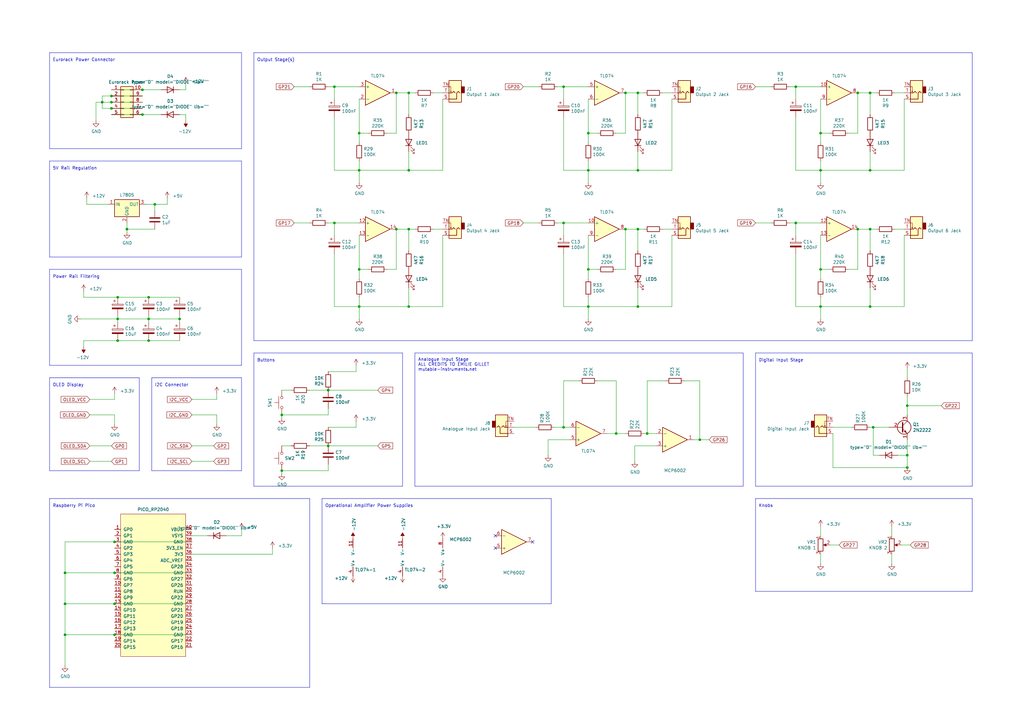
<source format=kicad_sch>
(kicad_sch (version 20230121) (generator eeschema)
  (paper "A3")
  (title_block (title "EuroPi") (date "15/11/2021") (rev "1") (company "Allen Synthesis") (comment 1 "CC BY-SA 3.0"))
  (junction (at 147.32 54.61))
  (junction (at 356.87 93.98))
  (junction (at 134.62 182.88))
  (junction (at 336.55 54.61))
  (junction (at 372.11 191.77))
  (junction (at 351.79 38.1))
  (junction (at 336.55 125.73))
  (junction (at 48.26 121.92))
  (junction (at 241.3 110.49))
  (junction (at 48.26 130.81))
  (junction (at 137.16 35.56))
  (junction (at 372.11 166.37))
  (junction (at 167.64 38.1))
  (junction (at 326.39 91.44))
  (junction (at 46.99 222.25))
  (junction (at 287.02 180.34))
  (junction (at 46.99 234.95))
  (junction (at 167.64 69.85))
  (junction (at 41.91 41.91))
  (junction (at 231.14 175.26))
  (junction (at 26.67 247.65))
  (junction (at 241.3 54.61))
  (junction (at 134.62 160.02))
  (junction (at 46.99 260.35))
  (junction (at 252.73 177.8))
  (junction (at 256.54 38.1))
  (junction (at 73.66 130.81))
  (junction (at 356.87 125.73))
  (junction (at 137.16 91.44))
  (junction (at 261.62 93.98))
  (junction (at 372.11 186.69))
  (junction (at 231.14 91.44))
  (junction (at 45.72 41.91))
  (junction (at 147.32 69.85))
  (junction (at 351.79 93.98))
  (junction (at 58.42 46.99))
  (junction (at 336.55 110.49))
  (junction (at 162.56 93.98))
  (junction (at 26.67 260.35))
  (junction (at 326.39 35.56))
  (junction (at 63.5 83.82))
  (junction (at 261.62 69.85))
  (junction (at 46.99 247.65))
  (junction (at 60.96 139.7))
  (junction (at 231.14 35.56))
  (junction (at 48.26 139.7))
  (junction (at 256.54 93.98))
  (junction (at 336.55 69.85))
  (junction (at 162.56 38.1))
  (junction (at 261.62 125.73))
  (junction (at 58.42 36.83))
  (junction (at 115.57 193.04))
  (junction (at 356.87 38.1))
  (junction (at 356.87 69.85))
  (junction (at 115.57 170.18))
  (junction (at 358.14 175.26))
  (junction (at 241.3 69.85))
  (junction (at 26.67 234.95))
  (junction (at 45.72 44.45))
  (junction (at 261.62 38.1))
  (junction (at 45.72 39.37))
  (junction (at 60.96 121.92))
  (junction (at 167.64 125.73))
  (junction (at 60.96 130.81))
  (junction (at 52.07 93.98))
  (junction (at 167.64 93.98))
  (junction (at 147.32 110.49))
  (junction (at 265.43 177.8))
  (junction (at 147.32 125.73))
  (junction (at 241.3 125.73))
  (no_connect (at 203.2 219.71))
  (no_connect (at 218.44 222.25))
  (no_connect (at 203.2 224.79))
  (wire (pts (xy 137.16 91.44) (xy 134.62 91.44)))
  (wire (pts (xy 358.14 186.69) (xy 358.14 175.26)))
  (wire (pts (xy 356.87 102.87) (xy 356.87 93.98)))
  (wire (pts (xy 45.72 36.83) (xy 58.42 36.83)))
  (wire (pts (xy 137.16 69.85) (xy 137.16 48.26)))
  (wire (pts (xy 167.64 118.11) (xy 167.64 125.73)))
  (wire (pts (xy 372.11 186.69) (xy 372.11 180.34)))
  (wire (pts (xy 34.29 119.38) (xy 34.29 121.92)))
  (polyline (pts (xy 20.32 149.86) (xy 99.06 149.86)))
  (wire (pts (xy 134.62 175.26) (xy 146.05 175.26)))
  (wire (pts (xy 146.05 172.72) (xy 146.05 175.26)))
  (polyline (pts (xy 309.88 204.47) (xy 398.78 204.47)))
  (wire (pts (xy 372.11 166.37) (xy 372.11 162.56)))
  (polyline (pts (xy 20.32 21.59) (xy 99.06 21.59)))
  (wire (pts (xy 372.11 170.18) (xy 372.11 166.37)))
  (wire (pts (xy 356.87 93.98) (xy 351.79 93.98)))
  (wire (pts (xy 368.3 186.69) (xy 372.11 186.69)))
  (wire (pts (xy 336.55 96.52) (xy 336.55 110.49)))
  (wire (pts (xy 349.25 175.26) (xy 341.63 175.26)))
  (polyline (pts (xy 20.32 105.41) (xy 99.06 105.41)))
  (wire (pts (xy 351.79 54.61) (xy 347.98 54.61)))
  (wire (pts (xy 170.18 93.98) (xy 167.64 93.98)))
  (wire (pts (xy 41.91 39.37) (xy 45.72 39.37)))
  (wire (pts (xy 370.84 96.52) (xy 370.84 125.73)))
  (wire (pts (xy 120.65 91.44) (xy 127 91.44)))
  (polyline (pts (xy 398.78 21.59) (xy 104.14 21.59)))
  (wire (pts (xy 73.66 36.83) (xy 76.2 36.83)))
  (polyline (pts (xy 398.78 199.39) (xy 309.88 199.39)))
  (wire (pts (xy 341.63 177.8) (xy 341.63 191.77)))
  (wire (pts (xy 356.87 118.11) (xy 356.87 125.73)))
  (wire (pts (xy 73.66 130.81) (xy 73.66 129.54)))
  (wire (pts (xy 147.32 54.61) (xy 147.32 58.42)))
  (wire (pts (xy 373.38 223.52) (xy 369.57 223.52)))
  (wire (pts (xy 264.16 38.1) (xy 261.62 38.1)))
  (wire (pts (xy 48.26 130.81) (xy 48.26 129.54)))
  (wire (pts (xy 287.02 156.21) (xy 287.02 180.34)))
  (wire (pts (xy 356.87 69.85) (xy 370.84 69.85)))
  (wire (pts (xy 241.3 110.49) (xy 241.3 114.3)))
  (polyline (pts (xy 99.06 105.41) (xy 99.06 66.04)))
  (wire (pts (xy 46.99 170.18) (xy 36.83 170.18)))
  (wire (pts (xy 167.64 38.1) (xy 162.56 38.1)))
  (polyline (pts (xy 99.06 154.94) (xy 99.06 193.04)))
  (wire (pts (xy 48.26 139.7) (xy 60.96 139.7)))
  (wire (pts (xy 41.91 41.91) (xy 45.72 41.91)))
  (wire (pts (xy 26.67 222.25) (xy 26.67 234.95)))
  (wire (pts (xy 73.66 130.81) (xy 60.96 130.81)))
  (wire (pts (xy 219.71 175.26) (xy 210.82 175.26)))
  (wire (pts (xy 134.62 160.02) (xy 154.94 160.02)))
  (wire (pts (xy 63.5 83.82) (xy 59.69 83.82)))
  (wire (pts (xy 39.37 41.91) (xy 41.91 41.91)))
  (wire (pts (xy 370.84 93.98) (xy 367.03 93.98)))
  (wire (pts (xy 241.3 54.61) (xy 241.3 58.42)))
  (wire (pts (xy 58.42 44.45) (xy 45.72 44.45)))
  (wire (pts (xy 237.49 156.21) (xy 231.14 156.21)))
  (wire (pts (xy 68.58 83.82) (xy 63.5 83.82)))
  (polyline (pts (xy 104.14 139.7) (xy 398.78 139.7)))
  (wire (pts (xy 115.57 171.45) (xy 115.57 170.18)))
  (wire (pts (xy 356.87 46.99) (xy 356.87 38.1)))
  (wire (pts (xy 231.14 96.52) (xy 231.14 91.44)))
  (wire (pts (xy 41.91 39.37) (xy 41.91 41.91)))
  (wire (pts (xy 364.49 175.26) (xy 358.14 175.26)))
  (polyline (pts (xy 20.32 66.04) (xy 99.06 66.04)))
  (wire (pts (xy 46.99 222.25) (xy 26.67 222.25)))
  (wire (pts (xy 256.54 110.49) (xy 252.73 110.49)))
  (wire (pts (xy 261.62 38.1) (xy 256.54 38.1)))
  (wire (pts (xy 127 160.02) (xy 134.62 160.02)))
  (wire (pts (xy 231.14 40.64) (xy 231.14 35.56)))
  (wire (pts (xy 60.96 132.08) (xy 60.96 130.81)))
  (wire (pts (xy 85.09 219.71) (xy 78.74 219.71)))
  (wire (pts (xy 224.79 180.34) (xy 233.68 180.34)))
  (wire (pts (xy 231.14 125.73) (xy 231.14 104.14)))
  (wire (pts (xy 227.33 175.26) (xy 231.14 175.26)))
  (polyline (pts (xy 20.32 110.49) (xy 99.06 110.49)))
  (wire (pts (xy 35.56 83.82) (xy 44.45 83.82)))
  (polyline (pts (xy 309.88 242.57) (xy 309.88 204.47)))
  (wire (pts (xy 340.36 54.61) (xy 336.55 54.61)))
  (wire (pts (xy 214.63 91.44) (xy 220.98 91.44)))
  (wire (pts (xy 46.99 247.65) (xy 26.67 247.65)))
  (wire (pts (xy 290.83 180.34) (xy 287.02 180.34)))
  (polyline (pts (xy 170.18 199.39) (xy 304.8 199.39)))
  (polyline (pts (xy 398.78 204.47) (xy 398.78 242.57)))
  (wire (pts (xy 326.39 91.44) (xy 336.55 91.44)))
  (wire (pts (xy 181.61 96.52) (xy 181.61 125.73)))
  (wire (pts (xy 63.5 93.98) (xy 52.07 93.98)))
  (wire (pts (xy 46.99 260.35) (xy 78.74 260.35)))
  (wire (pts (xy 351.79 93.98) (xy 351.79 110.49)))
  (polyline (pts (xy 309.88 144.78) (xy 398.78 144.78)))
  (wire (pts (xy 365.76 231.14) (xy 365.76 227.33)))
  (polyline (pts (xy 170.18 144.78) (xy 170.18 199.39)))
  (wire (pts (xy 260.35 182.88) (xy 269.24 182.88)))
  (wire (pts (xy 372.11 151.13) (xy 372.11 154.94)))
  (wire (pts (xy 261.62 93.98) (xy 256.54 93.98)))
  (polyline (pts (xy 165.1 199.39) (xy 165.1 144.78)))
  (wire (pts (xy 356.87 125.73) (xy 370.84 125.73)))
  (wire (pts (xy 167.64 62.23) (xy 167.64 69.85)))
  (polyline (pts (xy 132.08 247.65) (xy 132.08 204.47)))
  (polyline (pts (xy 57.15 193.04) (xy 20.32 193.04)))
  (wire (pts (xy 241.3 40.64) (xy 241.3 54.61)))
  (wire (pts (xy 360.68 186.69) (xy 358.14 186.69)))
  (wire (pts (xy 41.91 41.91) (xy 41.91 44.45)))
  (wire (pts (xy 66.04 36.83) (xy 58.42 36.83)))
  (wire (pts (xy 111.76 224.79) (xy 111.76 227.33)))
  (wire (pts (xy 34.29 142.24) (xy 34.29 139.7)))
  (wire (pts (xy 326.39 69.85) (xy 326.39 48.26)))
  (wire (pts (xy 181.61 38.1) (xy 177.8 38.1)))
  (polyline (pts (xy 104.14 21.59) (xy 104.14 139.7)))
  (polyline (pts (xy 132.08 204.47) (xy 226.06 204.47)))
  (wire (pts (xy 265.43 156.21) (xy 265.43 177.8)))
  (wire (pts (xy 147.32 74.93) (xy 147.32 69.85)))
  (wire (pts (xy 60.96 130.81) (xy 60.96 129.54)))
  (wire (pts (xy 256.54 38.1) (xy 256.54 54.61)))
  (wire (pts (xy 241.3 69.85) (xy 231.14 69.85)))
  (wire (pts (xy 326.39 35.56) (xy 336.55 35.56)))
  (wire (pts (xy 115.57 194.31) (xy 115.57 193.04)))
  (wire (pts (xy 309.88 91.44) (xy 316.23 91.44)))
  (wire (pts (xy 88.9 170.18) (xy 78.74 170.18)))
  (polyline (pts (xy 20.32 60.96) (xy 99.06 60.96)))
  (polyline (pts (xy 99.06 60.96) (xy 99.06 21.59)))
  (wire (pts (xy 60.96 130.81) (xy 48.26 130.81)))
  (wire (pts (xy 46.99 247.65) (xy 78.74 247.65)))
  (wire (pts (xy 146.05 149.86) (xy 146.05 152.4)))
  (wire (pts (xy 326.39 91.44) (xy 323.85 91.44)))
  (wire (pts (xy 41.91 44.45) (xy 45.72 44.45)))
  (wire (pts (xy 336.55 69.85) (xy 356.87 69.85)))
  (wire (pts (xy 265.43 177.8) (xy 264.16 177.8)))
  (wire (pts (xy 214.63 35.56) (xy 220.98 35.56)))
  (wire (pts (xy 344.17 223.52) (xy 340.36 223.52)))
  (wire (pts (xy 326.39 40.64) (xy 326.39 35.56)))
  (wire (pts (xy 99.06 219.71) (xy 92.71 219.71)))
  (wire (pts (xy 137.16 35.56) (xy 134.62 35.56)))
  (wire (pts (xy 245.11 156.21) (xy 252.73 156.21)))
  (wire (pts (xy 134.62 152.4) (xy 146.05 152.4)))
  (wire (pts (xy 340.36 110.49) (xy 336.55 110.49)))
  (wire (pts (xy 241.3 121.92) (xy 241.3 125.73)))
  (wire (pts (xy 88.9 161.29) (xy 88.9 163.83)))
  (wire (pts (xy 162.56 93.98) (xy 162.56 110.49)))
  (polyline (pts (xy 165.1 144.78) (xy 104.14 144.78)))
  (wire (pts (xy 241.3 74.93) (xy 241.3 69.85)))
  (wire (pts (xy 241.3 96.52) (xy 241.3 110.49)))
  (polyline (pts (xy 304.8 199.39) (xy 304.8 144.78)))
  (wire (pts (xy 261.62 69.85) (xy 275.59 69.85)))
  (polyline (pts (xy 104.14 199.39) (xy 165.1 199.39)))
  (wire (pts (xy 167.64 102.87) (xy 167.64 93.98)))
  (polyline (pts (xy 398.78 242.57) (xy 309.88 242.57)))
  (wire (pts (xy 269.24 177.8) (xy 265.43 177.8)))
  (wire (pts (xy 137.16 91.44) (xy 147.32 91.44)))
  (polyline (pts (xy 309.88 199.39) (xy 309.88 144.78)))
  (wire (pts (xy 46.99 163.83) (xy 36.83 163.83)))
  (wire (pts (xy 275.59 96.52) (xy 275.59 125.73)))
  (wire (pts (xy 167.64 93.98) (xy 162.56 93.98)))
  (wire (pts (xy 356.87 38.1) (xy 351.79 38.1)))
  (wire (pts (xy 147.32 96.52) (xy 147.32 110.49)))
  (wire (pts (xy 162.56 110.49) (xy 158.75 110.49)))
  (wire (pts (xy 241.3 130.81) (xy 241.3 125.73)))
  (polyline (pts (xy 20.32 21.59) (xy 20.32 60.96)))
  (wire (pts (xy 326.39 35.56) (xy 323.85 35.56)))
  (wire (pts (xy 351.79 38.1) (xy 351.79 54.61)))
  (wire (pts (xy 231.14 91.44) (xy 241.3 91.44)))
  (polyline (pts (xy 20.32 193.04) (xy 20.32 154.94)))
  (wire (pts (xy 231.14 156.21) (xy 231.14 175.26)))
  (wire (pts (xy 60.96 139.7) (xy 73.66 139.7)))
  (wire (pts (xy 359.41 93.98) (xy 356.87 93.98)))
  (wire (pts (xy 88.9 163.83) (xy 78.74 163.83)))
  (wire (pts (xy 87.63 182.88) (xy 78.74 182.88)))
  (wire (pts (xy 76.2 34.29) (xy 76.2 36.83)))
  (wire (pts (xy 231.14 175.26) (xy 233.68 175.26)))
  (wire (pts (xy 45.72 182.88) (xy 36.83 182.88)))
  (wire (pts (xy 46.99 161.29) (xy 46.99 163.83)))
  (wire (pts (xy 231.14 69.85) (xy 231.14 48.26)))
  (wire (pts (xy 147.32 130.81) (xy 147.32 125.73)))
  (polyline (pts (xy 398.78 144.78) (xy 398.78 199.39)))
  (wire (pts (xy 66.04 46.99) (xy 58.42 46.99)))
  (wire (pts (xy 241.3 125.73) (xy 261.62 125.73)))
  (wire (pts (xy 46.99 234.95) (xy 26.67 234.95)))
  (wire (pts (xy 264.16 93.98) (xy 261.62 93.98)))
  (wire (pts (xy 147.32 125.73) (xy 167.64 125.73)))
  (wire (pts (xy 245.11 110.49) (xy 241.3 110.49)))
  (wire (pts (xy 336.55 69.85) (xy 326.39 69.85)))
  (wire (pts (xy 58.42 39.37) (xy 45.72 39.37)))
  (wire (pts (xy 162.56 38.1) (xy 162.56 54.61)))
  (wire (pts (xy 46.99 222.25) (xy 78.74 222.25)))
  (wire (pts (xy 48.26 121.92) (xy 60.96 121.92)))
  (wire (pts (xy 76.2 49.53) (xy 76.2 46.99)))
  (wire (pts (xy 336.55 66.04) (xy 336.55 69.85)))
  (wire (pts (xy 60.96 121.92) (xy 73.66 121.92)))
  (wire (pts (xy 26.67 247.65) (xy 26.67 260.35)))
  (wire (pts (xy 241.3 66.04) (xy 241.3 69.85)))
  (wire (pts (xy 119.38 160.02) (xy 115.57 160.02)))
  (wire (pts (xy 336.55 215.9) (xy 336.55 219.71)))
  (wire (pts (xy 48.26 132.08) (xy 48.26 130.81)))
  (wire (pts (xy 336.55 125.73) (xy 356.87 125.73)))
  (wire (pts (xy 46.99 173.99) (xy 46.99 170.18)))
  (wire (pts (xy 39.37 41.91) (xy 39.37 49.53)))
  (wire (pts (xy 275.59 38.1) (xy 271.78 38.1)))
  (wire (pts (xy 336.55 74.93) (xy 336.55 69.85)))
  (wire (pts (xy 45.72 46.99) (xy 58.42 46.99)))
  (wire (pts (xy 358.14 175.26) (xy 356.87 175.26)))
  (polyline (pts (xy 99.06 193.04) (xy 62.23 193.04)))
  (wire (pts (xy 137.16 96.52) (xy 137.16 91.44)))
  (wire (pts (xy 167.64 125.73) (xy 181.61 125.73)))
  (wire (pts (xy 326.39 125.73) (xy 326.39 104.14)))
  (wire (pts (xy 111.76 227.33) (xy 78.74 227.33)))
  (polyline (pts (xy 398.78 139.7) (xy 398.78 21.59)))
  (wire (pts (xy 33.02 130.81) (xy 48.26 130.81)))
  (wire (pts (xy 336.55 40.64) (xy 336.55 54.61)))
  (wire (pts (xy 231.14 91.44) (xy 228.6 91.44)))
  (wire (pts (xy 137.16 35.56) (xy 147.32 35.56)))
  (wire (pts (xy 147.32 66.04) (xy 147.32 69.85)))
  (wire (pts (xy 309.88 35.56) (xy 316.23 35.56)))
  (wire (pts (xy 99.06 217.17) (xy 99.06 219.71)))
  (wire (pts (xy 341.63 191.77) (xy 372.11 191.77)))
  (polyline (pts (xy 57.15 154.94) (xy 57.15 193.04)))
  (polyline (pts (xy 20.32 281.94) (xy 20.32 204.47)))
  (wire (pts (xy 356.87 62.23) (xy 356.87 69.85)))
  (wire (pts (xy 45.72 41.91) (xy 58.42 41.91)))
  (wire (pts (xy 241.3 69.85) (xy 261.62 69.85)))
  (wire (pts (xy 284.48 180.34) (xy 287.02 180.34)))
  (wire (pts (xy 261.62 125.73) (xy 275.59 125.73)))
  (polyline (pts (xy 99.06 149.86) (xy 99.06 110.49)))
  (wire (pts (xy 162.56 54.61) (xy 158.75 54.61)))
  (wire (pts (xy 147.32 121.92) (xy 147.32 125.73)))
  (wire (pts (xy 336.55 54.61) (xy 336.55 58.42)))
  (wire (pts (xy 372.11 191.77) (xy 372.11 186.69)))
  (wire (pts (xy 134.62 190.5) (xy 134.62 193.04)))
  (wire (pts (xy 63.5 86.36) (xy 63.5 83.82)))
  (wire (pts (xy 52.07 93.98) (xy 52.07 91.44)))
  (wire (pts (xy 336.55 110.49) (xy 336.55 114.3)))
  (polyline (pts (xy 226.06 204.47) (xy 226.06 247.65)))
  (wire (pts (xy 167.64 46.99) (xy 167.64 38.1)))
  (wire (pts (xy 256.54 93.98) (xy 256.54 110.49)))
  (wire (pts (xy 256.54 54.61) (xy 252.73 54.61)))
  (wire (pts (xy 287.02 156.21) (xy 280.67 156.21)))
  (wire (pts (xy 336.55 231.14) (xy 336.55 227.33)))
  (wire (pts (xy 181.61 40.64) (xy 181.61 69.85)))
  (wire (pts (xy 245.11 54.61) (xy 241.3 54.61)))
  (wire (pts (xy 134.62 167.64) (xy 134.62 170.18)))
  (wire (pts (xy 35.56 81.28) (xy 35.56 83.82)))
  (polyline (pts (xy 127 281.94) (xy 20.32 281.94)))
  (wire (pts (xy 336.55 121.92) (xy 336.55 125.73)))
  (wire (pts (xy 134.62 182.88) (xy 154.94 182.88)))
  (wire (pts (xy 73.66 132.08) (xy 73.66 130.81)))
  (wire (pts (xy 370.84 40.64) (xy 370.84 69.85)))
  (wire (pts (xy 48.26 121.92) (xy 34.29 121.92)))
  (wire (pts (xy 261.62 62.23) (xy 261.62 69.85)))
  (polyline (pts (xy 20.32 154.94) (xy 57.15 154.94)))
  (wire (pts (xy 170.18 38.1) (xy 167.64 38.1)))
  (wire (pts (xy 137.16 125.73) (xy 137.16 104.14)))
  (wire (pts (xy 147.32 110.49) (xy 147.32 114.3)))
  (wire (pts (xy 137.16 40.64) (xy 137.16 35.56)))
  (wire (pts (xy 68.58 81.28) (xy 68.58 83.82)))
  (wire (pts (xy 252.73 177.8) (xy 248.92 177.8)))
  (wire (pts (xy 52.07 95.25) (xy 52.07 93.98)))
  (wire (pts (xy 256.54 177.8) (xy 252.73 177.8)))
  (wire (pts (xy 120.65 35.56) (xy 127 35.56)))
  (wire (pts (xy 181.61 93.98) (xy 177.8 93.98)))
  (wire (pts (xy 88.9 173.99) (xy 88.9 170.18)))
  (polyline (pts (xy 20.32 110.49) (xy 20.32 149.86)))
  (wire (pts (xy 34.29 139.7) (xy 48.26 139.7)))
  (wire (pts (xy 336.55 130.81) (xy 336.55 125.73)))
  (wire (pts (xy 147.32 125.73) (xy 137.16 125.73)))
  (wire (pts (xy 265.43 156.21) (xy 273.05 156.21)))
  (wire (pts (xy 275.59 40.64) (xy 275.59 69.85)))
  (wire (pts (xy 370.84 38.1) (xy 367.03 38.1)))
  (wire (pts (xy 365.76 215.9) (xy 365.76 219.71)))
  (wire (pts (xy 241.3 125.73) (xy 231.14 125.73)))
  (wire (pts (xy 261.62 102.87) (xy 261.62 93.98)))
  (wire (pts (xy 151.13 110.49) (xy 147.32 110.49)))
  (wire (pts (xy 151.13 54.61) (xy 147.32 54.61)))
  (polyline (pts (xy 20.32 204.47) (xy 127 204.47)))
  (polyline (pts (xy 104.14 144.78) (xy 104.14 199.39)))
  (wire (pts (xy 351.79 110.49) (xy 347.98 110.49)))
  (polyline (pts (xy 62.23 154.94) (xy 99.06 154.94)))
  (polyline (pts (xy 62.23 193.04) (xy 62.23 154.94)))
  (polyline (pts (xy 226.06 247.65) (xy 132.08 247.65)))
  (wire (pts (xy 359.41 38.1) (xy 356.87 38.1)))
  (wire (pts (xy 46.99 260.35) (xy 26.67 260.35)))
  (polyline (pts (xy 127 204.47) (xy 127 281.94)))
  (wire (pts (xy 134.62 170.18) (xy 115.57 170.18)))
  (wire (pts (xy 26.67 234.95) (xy 26.67 247.65)))
  (wire (pts (xy 78.74 189.23) (xy 87.63 189.23)))
  (wire (pts (xy 73.66 46.99) (xy 76.2 46.99)))
  (wire (pts (xy 231.14 35.56) (xy 241.3 35.56)))
  (wire (pts (xy 147.32 69.85) (xy 167.64 69.85)))
  (wire (pts (xy 224.79 186.69) (xy 224.79 180.34)))
  (wire (pts (xy 127 182.88) (xy 134.62 182.88)))
  (wire (pts (xy 147.32 69.85) (xy 137.16 69.85)))
  (polyline (pts (xy 20.32 66.04) (xy 20.32 105.41)))
  (wire (pts (xy 326.39 96.52) (xy 326.39 91.44)))
  (wire (pts (xy 261.62 46.99) (xy 261.62 38.1)))
  (wire (pts (xy 275.59 93.98) (xy 271.78 93.98)))
  (wire (pts (xy 260.35 189.23) (xy 260.35 182.88)))
  (wire (pts (xy 36.83 189.23) (xy 45.72 189.23)))
  (polyline (pts (xy 304.8 144.78) (xy 170.18 144.78)))
  (wire (pts (xy 147.32 40.64) (xy 147.32 54.61)))
  (wire (pts (xy 134.62 193.04) (xy 115.57 193.04)))
  (wire (pts (xy 261.62 118.11) (xy 261.62 125.73)))
  (wire (pts (xy 386.08 166.37) (xy 372.11 166.37)))
  (wire (pts (xy 167.64 69.85) (xy 181.61 69.85)))
  (wire (pts (xy 336.55 125.73) (xy 326.39 125.73)))
  (wire (pts (xy 46.99 234.95) (xy 78.74 234.95)))
  (wire (pts (xy 119.38 182.88) (xy 115.57 182.88)))
  (wire (pts (xy 252.73 156.21) (xy 252.73 177.8)))
  (wire (pts (xy 231.14 35.56) (xy 228.6 35.56)))
  (wire (pts (xy 26.67 260.35) (xy 26.67 273.05)))
  (text "Eurorack Power Connector" (at 21.59 25.4 0) (effects (font (size 1.27 1.27)) (justify left bottom)))
  (text "Operational Amplifier Power Supplies" (at 133.35 208.28 0) (effects (font (size 1.27 1.27)) (justify left bottom)))
  (text "Raspberry Pi Pico" (at 21.59 208.28 0) (effects (font (size 1.27 1.27)) (justify left bottom)))
  (text "Digital Input Stage\n" (at 311.15 148.59 0) (effects (font (size 1.27 1.27)) (justify left bottom)))
  (text "5V Rail Regulation" (at 21.59 69.85 0) (effects (font (size 1.27 1.27)) (justify left bottom)))
  (text "Output Stage(s)" (at 105.41 25.4 0) (effects (font (size 1.27 1.27)) (justify left bottom)))
  (text "Power Rail Filtering" (at 21.59 114.3 0) (effects (font (size 1.27 1.27)) (justify left bottom)))
  (text "I2C Connector\n" (at 63.5 158.75 0) (effects (font (size 1.27 1.27)) (justify left bottom)))
  (text "Buttons" (at 105.41 148.59 0) (effects (font (size 1.27 1.27)) (justify left bottom)))
  (text "OLED Display" (at 21.59 158.75 0) (effects (font (size 1.27 1.27)) (justify left bottom)))
  (text "Analogue Input Stage\nALL CREDITS TO ÉMILIE GILLET\nmutable-instruments.net" (at 171.45 152.4 0) (effects (font (size 1.27 1.27)) (justify left bottom)))
  (text "Knobs" (at 311.15 208.28 0) (effects (font (size 1.27 1.27)) (justify left bottom)))
  (global_label "GP19" (shape input) (at 309.88 91.44 180) (property "Intersheetrefs" "${INTERSHEET_REFS}" (effects hide)))
  (global_label "GP4" (shape input) (at 154.94 160.02 0) (property "Intersheetrefs" "${INTERSHEET_REFS}" (effects hide)))
  (global_label "GP3" (shape input) (at 87.63 189.23 0) (property "Intersheetrefs" "${INTERSHEET_REFS}" (effects hide)))
  (global_label "GP21" (shape input) (at 120.65 35.56 180) (property "Intersheetrefs" "${INTERSHEET_REFS}" (effects hide)))
  (global_label "GP22" (shape input) (at 386.08 166.37 0) (property "Intersheetrefs" "${INTERSHEET_REFS}" (effects hide)))
  (global_label "OLED_GND" (shape input) (at 36.83 170.18 180) (property "Intersheetrefs" "${INTERSHEET_REFS}" (effects hide)))
  (global_label "I2C_VCC" (shape input) (at 78.74 163.83 180) (property "Intersheetrefs" "${INTERSHEET_REFS}" (effects hide)))
  (global_label "GP1" (shape input) (at 45.72 189.23 0) (property "Intersheetrefs" "${INTERSHEET_REFS}" (effects hide)))
  (global_label "I2C_SDA" (shape input) (at 78.74 182.88 180) (property "Intersheetrefs" "${INTERSHEET_REFS}" (effects hide)))
  (global_label "GP27" (shape input) (at 344.17 223.52 0) (property "Intersheetrefs" "${INTERSHEET_REFS}" (effects hide)))
  (global_label "GP5" (shape input) (at 154.94 182.88 0) (property "Intersheetrefs" "${INTERSHEET_REFS}" (effects hide)))
  (global_label "GP17" (shape input) (at 120.65 91.44 180) (property "Intersheetrefs" "${INTERSHEET_REFS}" (effects hide)))
  (global_label "GP20" (shape input) (at 214.63 35.56 180) (property "Intersheetrefs" "${INTERSHEET_REFS}" (effects hide)))
  (global_label "OLED_VCC" (shape input) (at 36.83 163.83 180) (property "Intersheetrefs" "${INTERSHEET_REFS}" (effects hide)))
  (global_label "OLED_SDA" (shape input) (at 36.83 182.88 180) (property "Intersheetrefs" "${INTERSHEET_REFS}" (effects hide)))
  (global_label "OLED_SCL" (shape input) (at 36.83 189.23 180) (property "Intersheetrefs" "${INTERSHEET_REFS}" (effects hide)))
  (global_label "GP16" (shape input) (at 309.88 35.56 180) (property "Intersheetrefs" "${INTERSHEET_REFS}" (effects hide)))
  (global_label "GP26" (shape input) (at 290.83 180.34 0) (property "Intersheetrefs" "${INTERSHEET_REFS}" (effects hide)))
  (global_label "GP0" (shape input) (at 45.72 182.88 0) (property "Intersheetrefs" "${INTERSHEET_REFS}" (effects hide)))
  (global_label "I2C_SCL" (shape input) (at 78.74 189.23 180) (property "Intersheetrefs" "${INTERSHEET_REFS}" (effects hide)))
  (global_label "GP18" (shape input) (at 214.63 91.44 180) (property "Intersheetrefs" "${INTERSHEET_REFS}" (effects hide)))
  (global_label "I2C_GND" (shape input) (at 78.74 170.18 180) (property "Intersheetrefs" "${INTERSHEET_REFS}" (effects hide)))
  (global_label "GP28" (shape input) (at 373.38 223.52 0) (property "Intersheetrefs" "${INTERSHEET_REFS}" (effects hide)))
  (global_label "GP2" (shape input) (at 87.63 182.88 0) (property "Intersheetrefs" "${INTERSHEET_REFS}" (effects hide)))
  (symbol (lib_id "Amplifier_Operational:TL074") (at 344.17 38.1 0) (unit 3)
    (property "Reference" "O" (effects hide))
    (property "Value" "TL074" (at 344.17 31.115 0))
    (property "Datasheet" "http://www.ti.com/lit/ds/symlink/tl071.pdf" (effects hide))
  )
  (symbol (lib_id "Device:R") (at 344.17 54.61 270) (unit 1)
    (property "Reference" "R37" (at 344.17 49.3522 90))
    (property "Value" "220K" (at 344.17 51.6636 90))
  )
  (symbol (lib_id "Device:R") (at 336.55 62.23 0) (unit 1)
    (property "Reference" "R31" (at 338.328 61.0616 0) (effects (justify left)))
    (property "Value" "100K" (at 338.328 63.373 0) (effects (justify left)))
  )
  (symbol (lib_id "Device:R") (at 320.04 35.56 270) (unit 1)
    (property "Reference" "R3" (at 320.04 30.3022 90))
    (property "Value" "1K" (at 320.04 32.6136 90))
  )
  (symbol (lib_id "Device:CP") (at 326.39 44.45 0) (unit 1)
    (property "Reference" "C11" (at 329.3872 43.2816 0) (effects (justify left)))
    (property "Value" "100nF" (at 329.3872 45.593 0) (effects (justify left)))
  )
  (symbol (lib_id "text:TEXT") (at 34.29 119.38 0) (unit 1)
    (property "Reference" "Reference?" (effects hide))
    (property "Value" "+12V" (at 36.5252 118.4402 0) (effects (justify left)))
  )
  (symbol (lib_id "power:-12V") (at 76.2 49.53 180) (unit 1)
    (property "Reference" "#PWR?" (effects hide))
    (property "Value" "-12V" (at 75.819 53.9242 0))
  )
  (symbol (lib_id "Amplifier_Operational:TL074") (at 154.94 38.1 0) (unit 1)
    (property "Reference" "O?" (effects hide))
    (property "Value" "TL074" (at 154.94 31.115 0))
    (property "Datasheet" "http://www.ti.com/lit/ds/symlink/tl071.pdf" (effects hide))
  )
  (symbol (lib_id "Device:R") (at 154.94 54.61 270) (unit 1)
    (property "Reference" "R35" (at 154.94 49.3522 90))
    (property "Value" "220K" (at 154.94 51.6636 90))
  )
  (symbol (lib_id "Device:R") (at 147.32 62.23 0) (unit 1)
    (property "Reference" "R29" (at 149.098 61.0616 0) (effects (justify left)))
    (property "Value" "100K" (at 149.098 63.373 0) (effects (justify left)))
  )
  (symbol (lib_id "Device:R") (at 130.81 35.56 270) (unit 1)
    (property "Reference" "R1" (at 130.81 30.3022 90))
    (property "Value" "1K" (at 130.81 32.6136 90))
  )
  (symbol (lib_id "Device:CP") (at 137.16 44.45 0) (unit 1)
    (property "Reference" "C9" (at 140.1572 43.2816 0) (effects (justify left)))
    (property "Value" "100nF" (at 140.1572 45.593 0) (effects (justify left)))
  )
  (symbol (lib_id "Amplifier_Operational:TL074") (at 248.92 38.1 0) (unit 2)
    (property "Reference" "O?" (effects hide))
    (property "Value" "TL074" (at 248.92 31.115 0))
    (property "Datasheet" "http://www.ti.com/lit/ds/symlink/tl071.pdf" (effects hide))
  )
  (symbol (lib_id "Device:R") (at 248.92 54.61 270) (unit 1)
    (property "Reference" "R36" (at 248.92 49.3522 90))
    (property "Value" "220K" (at 248.92 51.6636 90))
  )
  (symbol (lib_id "Device:R") (at 241.3 62.23 0) (unit 1)
    (property "Reference" "R30" (at 243.078 61.0616 0) (effects (justify left)))
    (property "Value" "100K" (at 243.078 63.373 0) (effects (justify left)))
  )
  (symbol (lib_id "Device:R") (at 224.79 35.56 270) (unit 1)
    (property "Reference" "R2" (at 224.79 30.3022 90))
    (property "Value" "1K" (at 224.79 32.6136 90))
  )
  (symbol (lib_id "Device:CP") (at 231.14 44.45 0) (unit 1)
    (property "Reference" "C10" (at 234.1372 43.2816 0) (effects (justify left)))
    (property "Value" "100nF" (at 234.1372 45.593 0) (effects (justify left)))
  )
  (symbol (lib_id "power:-12V") (at 34.29 142.24 180) (unit 1)
    (property "Reference" "#PWR?" (effects hide))
    (property "Value" "-12V" (at 33.909 146.6342 0))
  )
  (symbol (lib_id "Device:CP") (at 48.26 135.89 0) (unit 1)
    (property "Reference" "C16" (at 51.2572 134.7216 0) (effects (justify left)))
    (property "Value" "10uF" (at 51.2572 137.033 0) (effects (justify left)))
  )
  (symbol (lib_id "Device:CP") (at 60.96 125.73 0) (unit 1)
    (property "Reference" "C3" (at 63.9572 124.5616 0) (effects (justify left)))
    (property "Value" "100nF" (at 63.9572 126.873 0) (effects (justify left)))
  )
  (symbol (lib_id "Device:CP") (at 60.96 135.89 0) (unit 1)
    (property "Reference" "C4" (at 63.9572 134.7216 0) (effects (justify left)))
    (property "Value" "100nF" (at 63.9572 137.033 0) (effects (justify left)))
  )
  (symbol (lib_id "Device:CP") (at 73.66 125.73 0) (unit 1)
    (property "Reference" "C5" (at 76.6572 124.5616 0) (effects (justify left)))
    (property "Value" "100nF" (at 76.6572 126.873 0) (effects (justify left)))
  )
  (symbol (lib_id "Device:CP") (at 73.66 135.89 0) (unit 1)
    (property "Reference" "C6" (at 76.6572 134.7216 0) (effects (justify left)))
    (property "Value" "100nF" (at 76.6572 137.033 0) (effects (justify left)))
  )
  (symbol (lib_id "power:-12V") (at 144.78 220.98 0) (unit 1)
    (property "Reference" "#PWR?" (effects hide))
    (property "Value" "-12V" (at 145.161 217.7288 90) (effects (justify left)))
  )
  (symbol (lib_id "Amplifier_Operational:TL074") (at 344.17 93.98 0) (unit 4)
    (property "Reference" "O?" (effects hide))
    (property "Value" "TL074" (at 344.17 86.995 0))
    (property "Datasheet" "http://www.ti.com/lit/ds/symlink/tl071.pdf" (effects hide))
  )
  (symbol (lib_id "Device:R") (at 344.17 110.49 270) (unit 1)
    (property "Reference" "R40" (at 344.17 105.2322 90))
    (property "Value" "220K" (at 344.17 107.5436 90))
  )
  (symbol (lib_id "Device:R") (at 336.55 118.11 0) (unit 1)
    (property "Reference" "R34" (at 338.328 116.9416 0) (effects (justify left)))
    (property "Value" "100K" (at 338.328 119.253 0) (effects (justify left)))
  )
  (symbol (lib_id "Device:R") (at 320.04 91.44 270) (unit 1)
    (property "Reference" "R6" (at 320.04 86.1822 90))
    (property "Value" "1K" (at 320.04 88.4936 90))
  )
  (symbol (lib_id "Device:CP") (at 326.39 100.33 0) (unit 1)
    (property "Reference" "C14" (at 329.3872 99.1616 0) (effects (justify left)))
    (property "Value" "100nF" (at 329.3872 101.473 0) (effects (justify left)))
  )
  (symbol (lib_id "Connector:AudioJack2_SwitchT") (at 375.92 93.98 180) (unit 1)
    (property "Reference" "J6" (at 380.492 92.2782 0) (effects (justify right)))
    (property "Value" "Output 6 Jack" (at 380.492 94.5896 0) (effects (justify right)))
  )
  (symbol (lib_id "Amplifier_Operational:TL074") (at 154.94 93.98 0) (unit 4)
    (property "Reference" "O?" (effects hide))
    (property "Value" "TL074" (at 154.94 86.995 0))
    (property "Datasheet" "http://www.ti.com/lit/ds/symlink/tl071.pdf" (effects hide))
  )
  (symbol (lib_id "Device:R") (at 154.94 110.49 270) (unit 1)
    (property "Reference" "R38" (at 154.94 105.2322 90))
    (property "Value" "220K" (at 154.94 107.5436 90))
  )
  (symbol (lib_id "Device:R") (at 147.32 118.11 0) (unit 1)
    (property "Reference" "R32" (at 149.098 116.9416 0) (effects (justify left)))
    (property "Value" "100K" (at 149.098 119.253 0) (effects (justify left)))
  )
  (symbol (lib_id "Device:R") (at 130.81 91.44 270) (unit 1)
    (property "Reference" "R4" (at 130.81 86.1822 90))
    (property "Value" "1K" (at 130.81 88.4936 90))
  )
  (symbol (lib_id "Device:CP") (at 137.16 100.33 0) (unit 1)
    (property "Reference" "C12" (at 140.1572 99.1616 0) (effects (justify left)))
    (property "Value" "100nF" (at 140.1572 101.473 0) (effects (justify left)))
  )
  (symbol (lib_id "Amplifier_Operational:TL074") (at 248.92 93.98 0) (unit 3)
    (property "Reference" "O?" (effects hide))
    (property "Value" "TL074" (at 248.92 86.995 0))
    (property "Datasheet" "http://www.ti.com/lit/ds/symlink/tl071.pdf" (effects hide))
  )
  (symbol (lib_id "Device:R") (at 248.92 110.49 270) (unit 1)
    (property "Reference" "R39" (at 248.92 105.2322 90))
    (property "Value" "220K" (at 248.92 107.5436 90))
  )
  (symbol (lib_id "Device:R") (at 241.3 118.11 0) (unit 1)
    (property "Reference" "R33" (at 243.078 116.9416 0) (effects (justify left)))
    (property "Value" "100K" (at 243.078 119.253 0) (effects (justify left)))
  )
  (symbol (lib_id "Device:R") (at 224.79 91.44 270) (unit 1)
    (property "Reference" "R5" (at 224.79 86.1822 90))
    (property "Value" "1K" (at 224.79 88.4936 90))
  )
  (symbol (lib_id "Device:CP") (at 231.14 100.33 0) (unit 1)
    (property "Reference" "C13" (at 234.1372 99.1616 0) (effects (justify left)))
    (property "Value" "100nF" (at 234.1372 101.473 0) (effects (justify left)))
  )
  (symbol (lib_id "Device:LED") (at 167.64 58.42 90) (unit 1)
    (property "Reference" "LED1" (at 170.6372 58.5978 90) (effects (justify right)))
    (property "Value" "LED" (effects hide))
  )
  (symbol (lib_id "Device:R") (at 167.64 50.8 180) (unit 1)
    (property "Reference" "R13" (at 172.8978 50.8 90))
    (property "Value" "4K7" (at 170.5864 50.8 90))
  )
  (symbol (lib_id "Device:LED") (at 261.62 58.42 90) (unit 1)
    (property "Reference" "LED2" (at 264.6172 58.5978 90) (effects (justify right)))
    (property "Value" "LED" (effects hide))
  )
  (symbol (lib_id "Device:R") (at 261.62 50.8 180) (unit 1)
    (property "Reference" "R14" (at 266.8778 50.8 90))
    (property "Value" "4K7" (at 264.5664 50.8 90))
  )
  (symbol (lib_id "Device:LED") (at 356.87 58.42 90) (unit 1)
    (property "Reference" "LED3" (at 359.8672 58.5978 90) (effects (justify right)))
    (property "Value" "LED" (effects hide))
  )
  (symbol (lib_id "Device:R") (at 356.87 50.8 180) (unit 1)
    (property "Reference" "R15" (at 362.1278 50.8 90))
    (property "Value" "4K7" (at 359.8164 50.8 90))
  )
  (symbol (lib_id "Device:LED") (at 167.64 114.3 90) (unit 1)
    (property "Reference" "LED4" (at 170.6372 114.4778 90) (effects (justify right)))
    (property "Value" "LED" (effects hide))
  )
  (symbol (lib_id "Device:R") (at 167.64 106.68 180) (unit 1)
    (property "Reference" "R16" (at 172.8978 106.68 90))
    (property "Value" "4K7" (at 170.5864 106.68 90))
  )
  (symbol (lib_id "Device:LED") (at 261.62 114.3 90) (unit 1)
    (property "Reference" "LED5" (at 264.6172 114.4778 90) (effects (justify right)))
    (property "Value" "LED" (effects hide))
  )
  (symbol (lib_id "Device:R") (at 261.62 106.68 180) (unit 1)
    (property "Reference" "R17" (at 266.8778 106.68 90))
    (property "Value" "4K7" (at 264.5664 106.68 90))
  )
  (symbol (lib_id "Device:LED") (at 356.87 114.3 90) (unit 1)
    (property "Reference" "LED6" (at 359.8672 114.4778 90) (effects (justify right)))
    (property "Value" "LED" (effects hide))
  )
  (symbol (lib_id "Device:R") (at 356.87 106.68 180) (unit 1)
    (property "Reference" "R18" (at 362.1278 106.68 90))
    (property "Value" "4K7" (at 359.8164 106.68 90))
  )
  (symbol (lib_id "pico:PICO_RP2040") (at 63.5 241.3 0) (unit 1)
    (property "Reference" "U?" (effects hide))
    (property "Value" "PICO_RP2040" (at 62.865 208.9658 0))
  )
  (symbol (lib_id "Simulation_SPICE:DIODE") (at 88.9 219.71 180) (unit 1)
    (property "Reference" "D2" (at 88.9 214.1982 0))
    (property "Value" "${SIM.PARAMS}" (at 88.9 216.5096 0))
    (property "Sim.Device" "SPICE" (effects hide))
    (property "Sim.Params" "type=\"D\" model=\"DIODE\" lib=\"\"" (effects hide))
    (property "Sim.Pins" "1=1 2=2" (effects hide))
  )
  (symbol (lib_id "text:TEXT") (at 99.06 217.17 0) (unit 1)
    (property "Reference" "Reference?" (effects hide))
    (property "Value" "+5V" (at 101.2952 216.2302 0) (effects (justify left)))
  )
  (symbol (lib_id "text:TEXT") (at 111.76 224.79 0) (unit 1)
    (property "Reference" "Reference?" (effects hide))
    (property "Value" "+3.3V" (at 113.9952 223.8502 0) (effects (justify left)))
  )
  (symbol (lib_id "Device:R") (at 363.22 93.98 90) (unit 1)
    (property "Reference" "R12" (at 363.22 99.2378 90))
    (property "Value" "1K" (at 363.22 96.9264 90))
  )
  (symbol (lib_id "Connector:AudioJack2_SwitchT") (at 336.55 175.26 0) (mirror x) (unit 1)
    (property "Reference" "J7" (at 331.978 173.5582 0) (effects (justify right)))
    (property "Value" "Digital Input Jack" (at 331.978 175.8696 0) (effects (justify right)))
  )
  (symbol (lib_id "Device:R") (at 353.06 175.26 90) (unit 1)
    (property "Reference" "R27" (at 351.8916 173.482 0) (effects (justify left)))
    (property "Value" "100K" (at 354.203 173.482 0) (effects (justify left)))
  )
  (symbol (lib_id "Connector:AudioJack2_SwitchT") (at 375.92 38.1 180) (unit 1)
    (property "Reference" "J3" (at 380.492 36.3982 0) (effects (justify right)))
    (property "Value" "Output 3 Jack" (at 380.492 38.7096 0) (effects (justify right)))
  )
  (symbol (lib_id "Device:R") (at 363.22 38.1 90) (unit 1)
    (property "Reference" "R9" (at 363.22 43.3578 90))
    (property "Value" "1K" (at 363.22 41.0464 90))
  )
  (symbol (lib_id "Connector:AudioJack2_SwitchT") (at 280.67 38.1 180) (unit 1)
    (property "Reference" "J2" (at 285.242 36.3982 0) (effects (justify right)))
    (property "Value" "Output 2 Jack" (at 285.242 38.7096 0) (effects (justify right)))
  )
  (symbol (lib_id "Device:R") (at 267.97 38.1 90) (unit 1)
    (property "Reference" "R8" (at 267.97 43.3578 90))
    (property "Value" "1K" (at 267.97 41.0464 90))
  )
  (symbol (lib_id "Connector:AudioJack2_SwitchT") (at 186.69 38.1 180) (unit 1)
    (property "Reference" "J1" (at 191.262 36.3982 0) (effects (justify right)))
    (property "Value" "Output 1 Jack" (at 191.262 38.7096 0) (effects (justify right)))
  )
  (symbol (lib_id "Device:R") (at 173.99 38.1 90) (unit 1)
    (property "Reference" "R7" (at 173.99 43.3578 90))
    (property "Value" "1K" (at 173.99 41.0464 90))
  )
  (symbol (lib_id "Connector:AudioJack2_SwitchT") (at 186.69 93.98 180) (unit 1)
    (property "Reference" "J4" (at 191.262 92.2782 0) (effects (justify right)))
    (property "Value" "Output 4 Jack" (at 191.262 94.5896 0) (effects (justify right)))
  )
  (symbol (lib_id "Device:R") (at 173.99 93.98 90) (unit 1)
    (property "Reference" "R10" (at 173.99 99.2378 90))
    (property "Value" "1K" (at 173.99 96.9264 90))
  )
  (symbol (lib_id "Connector:AudioJack2_SwitchT") (at 280.67 93.98 180) (unit 1)
    (property "Reference" "J5" (at 285.242 92.2782 0) (effects (justify right)))
    (property "Value" "Output 5 Jack" (at 285.242 94.5896 0) (effects (justify right)))
  )
  (symbol (lib_id "Device:R") (at 267.97 93.98 90) (unit 1)
    (property "Reference" "R11" (at 267.97 99.2378 90))
    (property "Value" "1K" (at 267.97 96.9264 90))
  )
  (symbol (lib_id "power:GND") (at 39.37 49.53 0) (unit 1)
    (property "Reference" "#PWR?" (effects hide))
    (property "Value" "GND" (at 39.497 53.9242 0))
  )
  (symbol (lib_id "Simulation_SPICE:DIODE") (at 364.49 186.69 180) (unit 1)
    (property "Reference" "D1" (at 364.49 181.1782 0))
    (property "Value" "${SIM.PARAMS}" (at 364.49 183.4896 0))
    (property "Sim.Device" "SPICE" (effects hide))
    (property "Sim.Params" "type=\"D\" model=\"DIODE\" lib=\"\"" (effects hide))
    (property "Sim.Pins" "1=1 2=2" (effects hide))
  )
  (symbol (lib_id "Transistor_BJT:2N2219") (at 369.57 175.26 0) (unit 1)
    (property "Reference" "Q1" (at 374.396 174.0916 0) (effects (justify left)))
    (property "Value" "2N2222" (at 374.396 176.403 0) (effects (justify left)))
    (property "Footprint" "Package_TO_SOT_THT:TO-39-3" (effects hide))
    (property "Datasheet" "http://www.onsemi.com/pub_link/Collateral/2N2219-D.PDF" (effects hide))
  )
  (symbol (lib_id "Device:R") (at 372.11 158.75 0) (unit 1)
    (property "Reference" "R26" (at 373.888 157.5816 0) (effects (justify left)))
    (property "Value" "10K" (at 373.888 159.893 0) (effects (justify left)))
  )
  (symbol (lib_id "text:TEXT") (at 68.58 81.28 0) (unit 1)
    (property "Reference" "Reference?" (effects hide))
    (property "Value" "+5V" (at 70.8152 80.3402 0) (effects (justify left)))
  )
  (symbol (lib_id "Regulator_Linear:L7805") (at 52.07 83.82 0) (unit 1)
    (property "Reference" "U?" (effects hide))
    (property "Value" "L7805" (at 52.07 79.9846 0))
    (property "Datasheet" "http://www.st.com/content/ccc/resource/technical/document/datasheet/41/4f/b3/b0/12/d4/47/88/CD00000444.pdf/files/CD00000444.pdf/jcr:content/translations/en.CD00000444.pdf" (effects hide))
  )
  (symbol (lib_id "text:TEXT") (at 35.56 81.28 0) (unit 1)
    (property "Reference" "Reference?" (effects hide))
    (property "Value" "+12V" (at 37.7952 80.3402 0) (effects (justify left)))
  )
  (symbol (lib_id "text:TEXT") (at 372.11 151.13 0) (unit 1)
    (property "Reference" "Reference?" (effects hide))
    (property "Value" "+3.3V" (at 374.3452 150.1902 0) (effects (justify left)))
  )
  (symbol (lib_id "Device:C") (at 63.5 90.17 0) (unit 1)
    (property "Reference" "C2" (at 66.421 89.0016 0) (effects (justify left)))
    (property "Value" "1uF" (at 66.421 91.313 0) (effects (justify left)))
  )
  (symbol (lib_id "Connector_Generic:Conn_02x05_Counter_Clockwise") (at 50.8 41.91 0) (unit 1)
    (property "Reference" "J?" (effects hide))
    (property "Value" "Eurorack Power" (at 52.07 33.655 0))
  )
  (symbol (lib_id "power:GND") (at 52.07 95.25 0) (unit 1)
    (property "Reference" "#PWR?" (effects hide))
    (property "Value" "GND" (at 52.197 99.6442 0))
  )
  (symbol (lib_id "Connector:AudioJack2_SwitchT") (at 205.74 175.26 0) (mirror x) (unit 1)
    (property "Reference" "J8" (at 201.168 173.5582 0) (effects (justify right)))
    (property "Value" "Analogue Input Jack" (at 201.168 175.8696 0) (effects (justify right)))
  )
  (symbol (lib_id "Amplifier_Operational:TL074") (at 241.3 177.8 0) (mirror x) (unit 2)
    (property "Reference" "O?" (effects hide))
    (property "Value" "TL074" (at 241.3 184.9882 0))
    (property "Datasheet" "http://www.ti.com/lit/ds/symlink/tl071.pdf" (effects hide))
  )
  (symbol (lib_id "text:TEXT") (at 76.2 34.29 0) (unit 1)
    (property "Reference" "Reference?" (effects hide))
    (property "Value" "+12V" (at 78.4352 33.3502 0) (effects (justify left)))
  )
  (symbol (lib_id "Device:R") (at 223.52 175.26 90) (unit 1)
    (property "Reference" "R28" (at 222.3516 173.482 0) (effects (justify left)))
    (property "Value" "100K" (at 224.663 173.482 0) (effects (justify left)))
  )
  (symbol (lib_id "power:GND") (at 33.02 130.81 270) (unit 1)
    (property "Reference" "#PWR?" (effects hide))
    (property "Value" "GND" (at 28.6258 130.937 0))
  )
  (symbol (lib_id "Device:R") (at 241.3 156.21 90) (unit 1)
    (property "Reference" "R21" (at 240.1316 154.432 0) (effects (justify left)))
    (property "Value" "22K" (at 242.443 154.432 0) (effects (justify left)))
  )
  (symbol (lib_id "power:GND") (at 46.99 173.99 0) (unit 1)
    (property "Reference" "#PWR?" (effects hide))
    (property "Value" "GND" (at 47.117 178.3842 0))
  )
  (symbol (lib_id "Device:CP") (at 48.26 125.73 0) (unit 1)
    (property "Reference" "C15" (at 51.2572 124.5616 0) (effects (justify left)))
    (property "Value" "10uF" (at 51.2572 126.873 0) (effects (justify left)))
  )
  (symbol (lib_id "Simulation_SPICE:DIODE") (at 69.85 46.99 180) (unit 1)
    (property "Reference" "D3" (at 69.85 41.4782 0))
    (property "Value" "${SIM.PARAMS}" (at 69.85 43.7896 0))
    (property "Sim.Device" "SPICE" (effects hide))
    (property "Sim.Params" "type=\"D\" model=\"DIODE\" lib=\"\"" (effects hide))
    (property "Sim.Pins" "1=1 2=2" (effects hide))
  )
  (symbol (lib_id "Simulation_SPICE:DIODE") (at 69.85 36.83 0) (mirror x) (unit 1)
    (property "Reference" "D4" (at 69.85 31.3182 0))
    (property "Value" "${SIM.PARAMS}" (at 69.85 33.6296 0))
    (property "Sim.Device" "SPICE" (effects hide))
    (property "Sim.Params" "type=\"D\" model=\"DIODE\" lib=\"\"" (effects hide))
    (property "Sim.Pins" "1=1 2=2" (effects hide))
  )
  (symbol (lib_id "Amplifier_Operational:MCP6002-xMS") (at 276.86 180.34 0) (mirror x) (unit 1)
    (property "Reference" "O?" (effects hide))
    (property "Value" "MCP6002" (at 276.86 192.9892 0))
    (property "Datasheet" "http://www.ti.com/lit/ds/symlink/tl071.pdf" (effects hide))
  )
  (symbol (lib_id "Device:R") (at 260.35 177.8 90) (unit 1)
    (property "Reference" "R22" (at 259.1816 176.022 0) (effects (justify left)))
    (property "Value" "22K" (at 261.493 176.022 0) (effects (justify left)))
  )
  (symbol (lib_id "power:GND") (at 88.9 173.99 0) (unit 1)
    (property "Reference" "#PWR?" (effects hide))
    (property "Value" "GND" (at 89.027 178.3842 0))
  )
  (symbol (lib_id "power:GND") (at 26.67 273.05 0) (unit 1)
    (property "Reference" "#PWR?" (effects hide))
    (property "Value" "GND" (at 26.797 277.4442 0))
  )
  (symbol (lib_id "Device:R") (at 276.86 156.21 90) (unit 1)
    (property "Reference" "R23" (at 275.6916 154.432 0) (effects (justify left)))
    (property "Value" "22K" (at 278.003 154.432 0) (effects (justify left)))
  )
  (symbol (lib_id "power:GND") (at 115.57 194.31 0) (unit 1)
    (property "Reference" "#PWR?" (effects hide))
    (property "Value" "GND" (at 115.697 198.7042 0))
  )
  (symbol (lib_id "power:GND") (at 115.57 171.45 0) (unit 1)
    (property "Reference" "#PWR?" (effects hide))
    (property "Value" "GND" (at 115.697 175.8442 0))
  )
  (symbol (lib_id "text:TEXT") (at 88.9 161.29 0) (unit 1)
    (property "Reference" "Reference?" (effects hide))
    (property "Value" "+3.3V" (at 91.1352 160.3502 0) (effects (justify left)))
  )
  (symbol (lib_id "text:TEXT") (at 181.61 220.98 0) (unit 1)
    (property "Reference" "Reference?" (effects hide))
    (property "Value" "+3.3V" (at 179.07 215.9 0) (effects (justify left)))
  )
  (symbol (lib_id "power:GND") (at 147.32 130.81 0) (unit 1)
    (property "Reference" "#PWR?" (effects hide))
    (property "Value" "GND" (at 147.447 135.2042 0))
  )
  (symbol (lib_id "text:TEXT") (at 144.78 236.22 180) (unit 1)
    (property "Reference" "Reference?" (effects hide))
    (property "Value" "+12V" (at 142.5448 237.1598 0) (effects (justify left)))
  )
  (symbol (lib_id "power:GND") (at 147.32 74.93 0) (unit 1)
    (property "Reference" "#PWR?" (effects hide))
    (property "Value" "GND" (at 147.447 79.3242 0))
  )
  (symbol (lib_id "power:GND") (at 241.3 74.93 0) (unit 1)
    (property "Reference" "#PWR?" (effects hide))
    (property "Value" "GND" (at 241.427 79.3242 0))
  )
  (symbol (lib_id "power:GND") (at 241.3 130.81 0) (unit 1)
    (property "Reference" "#PWR?" (effects hide))
    (property "Value" "GND" (at 241.427 135.2042 0))
  )
  (symbol (lib_id "power:GND") (at 336.55 130.81 0) (unit 1)
    (property "Reference" "#PWR?" (effects hide))
    (property "Value" "GND" (at 336.677 135.2042 0))
  )
  (symbol (lib_id "power:GND") (at 336.55 74.93 0) (unit 1)
    (property "Reference" "#PWR?" (effects hide))
    (property "Value" "GND" (at 336.677 79.3242 0))
  )
  (symbol (lib_id "power:GND") (at 224.79 186.69 0) (unit 1)
    (property "Reference" "#PWR?" (effects hide))
    (property "Value" "GND" (at 224.917 191.0842 0))
  )
  (symbol (lib_id "power:GND") (at 260.35 189.23 0) (unit 1)
    (property "Reference" "#PWR?" (effects hide))
    (property "Value" "GND" (at 260.477 193.6242 0))
  )
  (symbol (lib_id "Amplifier_Operational:TL074") (at 147.32 228.6 0) (mirror x) (unit 5)
    (property "Reference" "O?" (effects hide))
    (property "Value" "TL074-1" (at 149.9108 233.68 0))
    (property "Datasheet" "http://www.ti.com/lit/ds/symlink/tl071.pdf" (effects hide))
  )
  (symbol (lib_id "power:GND") (at 181.61 236.22 0) (unit 1)
    (property "Reference" "#PWR?" (effects hide))
    (property "Value" "GND" (at 181.737 240.6142 0))
  )
  (symbol (lib_id "power:GND") (at 372.11 191.77 0) (unit 1)
    (property "Reference" "#PWR?" (effects hide))
    (property "Value" "GND" (at 372.237 196.1642 0))
  )
  (symbol (lib_id "power:GND") (at 336.55 231.14 0) (unit 1)
    (property "Reference" "#PWR?" (effects hide))
    (property "Value" "GND" (at 336.677 235.5342 0))
  )
  (symbol (lib_id "Amplifier_Operational:MCP6002-xMS") (at 184.15 228.6 0) (unit 3)
    (property "Reference" "O?" (effects hide))
    (property "Value" "MCP6002" (at 188.9506 221.2594 0))
    (property "Datasheet" "http://www.ti.com/lit/ds/symlink/tl071.pdf" (effects hide))
  )
  (symbol (lib_id "power:GND") (at 365.76 231.14 0) (unit 1)
    (property "Reference" "#PWR?" (effects hide))
    (property "Value" "GND" (at 365.887 235.5342 0))
  )
  (symbol (lib_id "Switch:SW_Push") (at 115.57 165.1 90) (unit 1)
    (property "Reference" "SW1" (at 110.6678 165.1 0))
    (property "Value" "SW_Push" (effects hide))
  )
  (symbol (lib_id "Device:R") (at 134.62 179.07 180) (unit 1)
    (property "Reference" "R25" (at 132.842 180.2384 0) (effects (justify left)))
    (property "Value" "10K" (at 132.842 177.927 0) (effects (justify left)))
  )
  (symbol (lib_id "Switch:SW_Push") (at 115.57 187.96 90) (unit 1)
    (property "Reference" "SW2" (at 116.7892 187.96 90) (effects (justify right)))
    (property "Value" "SW_Push" (effects hide))
  )
  (symbol (lib_id "Device:R") (at 134.62 156.21 180) (unit 1)
    (property "Reference" "R24" (at 132.842 157.3784 0) (effects (justify left)))
    (property "Value" "10K" (at 132.842 155.067 0) (effects (justify left)))
  )
  (symbol (lib_id "Device:R") (at 123.19 160.02 270) (unit 1)
    (property "Reference" "R20" (at 124.3584 161.798 0) (effects (justify left)))
    (property "Value" "1K" (at 122.047 161.798 0) (effects (justify left)))
  )
  (symbol (lib_id "Device:C") (at 134.62 163.83 0) (unit 1)
    (property "Reference" "C8" (at 137.541 162.6616 0) (effects (justify left)))
    (property "Value" "100nF" (at 137.541 164.973 0) (effects (justify left)))
  )
  (symbol (lib_id "text:TEXT") (at 165.1 236.22 180) (unit 1)
    (property "Reference" "Reference?" (effects hide))
    (property "Value" "+12V" (at 162.8648 237.1598 0) (effects (justify left)))
  )
  (symbol (lib_id "power:-12V") (at 165.1 220.98 0) (unit 1)
    (property "Reference" "#PWR?" (effects hide))
    (property "Value" "-12V" (at 165.481 217.7288 90) (effects (justify left)))
  )
  (symbol (lib_id "Amplifier_Operational:TL074") (at 167.64 228.6 0) (mirror x) (unit 5)
    (property "Reference" "O?" (effects hide))
    (property "Value" "TL074-2" (at 170.2308 233.68 0))
    (property "Datasheet" "http://www.ti.com/lit/ds/symlink/tl071.pdf" (effects hide))
  )
  (symbol (lib_id "Device:R") (at 123.19 182.88 270) (unit 1)
    (property "Reference" "R19" (at 124.3584 184.658 0) (effects (justify left)))
    (property "Value" "1K" (at 122.047 184.658 0) (effects (justify left)))
  )
  (symbol (lib_id "Device:C") (at 134.62 186.69 0) (unit 1)
    (property "Reference" "C7" (at 137.541 185.5216 0) (effects (justify left)))
    (property "Value" "100nF" (at 137.541 187.833 0) (effects (justify left)))
  )
  (symbol (lib_id "text:TEXT") (at 146.05 172.72 0) (unit 1)
    (property "Reference" "Reference?" (effects hide))
    (property "Value" "+3.3V" (at 148.2852 171.7802 0) (effects (justify left)))
  )
  (symbol (lib_id "Device:R_POT") (at 336.55 223.52 0) (unit 1)
    (property "Reference" "VR1" (at 334.772 222.3516 0) (effects (justify right)))
    (property "Value" "KNOB 1" (at 334.772 224.663 0) (effects (justify right)))
  )
  (symbol (lib_id "text:TEXT") (at 146.05 149.86 0) (unit 1)
    (property "Reference" "Reference?" (effects hide))
    (property "Value" "+3.3V" (at 148.2852 148.9202 0) (effects (justify left)))
  )
  (symbol (lib_id "text:TEXT") (at 336.55 215.9 0) (unit 1)
    (property "Reference" "Reference?" (effects hide))
    (property "Value" "+3.3V" (at 338.7852 214.9602 0) (effects (justify left)))
  )
  (symbol (lib_id "Device:R_POT") (at 365.76 223.52 0) (unit 1)
    (property "Reference" "VR2" (at 363.982 222.3516 0) (effects (justify right)))
    (property "Value" "KNOB 2" (at 363.982 224.663 0) (effects (justify right)))
  )
  (symbol (lib_id "text:TEXT") (at 365.76 215.9 0) (unit 1)
    (property "Reference" "Reference?" (effects hide))
    (property "Value" "+3.3V" (at 367.9952 214.9602 0) (effects (justify left)))
  )
  (symbol (lib_id "text:TEXT") (at 46.99 161.29 0) (unit 1)
    (property "Reference" "Reference?" (effects hide))
    (property "Value" "+3.3V" (at 49.2252 160.3502 0) (effects (justify left)))
  )
  (symbol (lib_id "Amplifier_Operational:MCP6002-xMS") (at 210.82 222.25 0) (mirror x) (unit 2)
    (property "Reference" "O1" (effects hide))
    (property "Value" "MCP6002" (at 210.82 234.8992 0))
    (property "Datasheet" "http://www.ti.com/lit/ds/symlink/tl071.pdf" (effects hide))
  )
)
</source>
